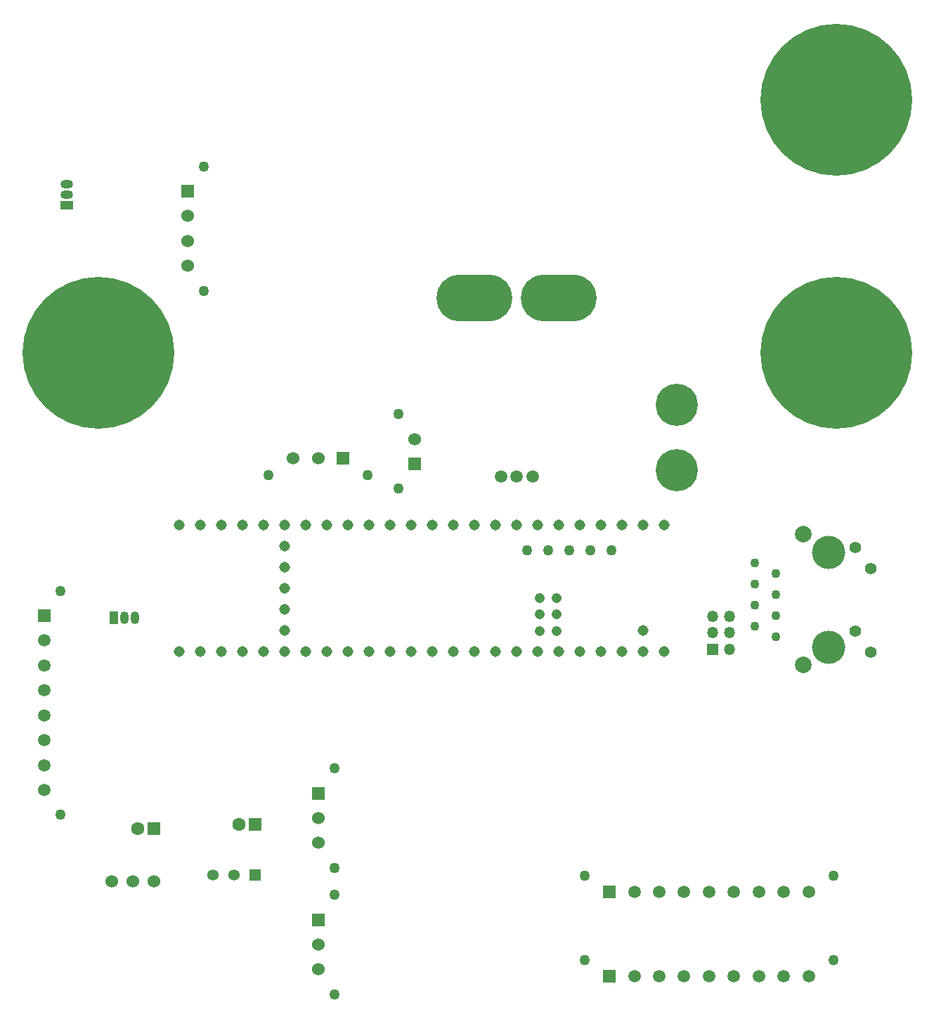
<source format=gbr>
%TF.GenerationSoftware,KiCad,Pcbnew,(5.1.10)-1*%
%TF.CreationDate,2022-03-18T19:39:10-05:00*%
%TF.ProjectId,BMS_2022_Rev1,424d535f-3230-4323-925f-526576312e6b,rev?*%
%TF.SameCoordinates,Original*%
%TF.FileFunction,Soldermask,Bot*%
%TF.FilePolarity,Negative*%
%FSLAX46Y46*%
G04 Gerber Fmt 4.6, Leading zero omitted, Abs format (unit mm)*
G04 Created by KiCad (PCBNEW (5.1.10)-1) date 2022-03-18 19:39:10*
%MOMM*%
%LPD*%
G01*
G04 APERTURE LIST*
%ADD10C,1.270000*%
%ADD11C,1.530000*%
%ADD12R,1.530000X1.530000*%
%ADD13C,1.308000*%
%ADD14C,1.208000*%
%ADD15C,1.258000*%
%ADD16R,1.520000X1.520000*%
%ADD17C,1.520000*%
%ADD18C,1.600000*%
%ADD19R,1.600000X1.600000*%
%ADD20C,5.080000*%
%ADD21R,1.500000X1.050000*%
%ADD22O,1.500000X1.050000*%
%ADD23R,1.050000X1.500000*%
%ADD24O,1.050000X1.500000*%
%ADD25C,1.501140*%
%ADD26O,9.144000X5.588000*%
%ADD27C,18.288000*%
%ADD28R,1.350000X1.350000*%
%ADD29O,1.350000X1.350000*%
%ADD30C,2.000000*%
%ADD31C,1.400000*%
%ADD32C,4.000000*%
%ADD33C,1.100000*%
%ADD34C,1.524000*%
%ADD35C,1.358000*%
%ADD36R,1.358000X1.358000*%
G04 APERTURE END LIST*
D10*
%TO.C,Conn5*%
X-72440800Y247294400D03*
X-72440800Y238302800D03*
D11*
X-70485000Y244297200D03*
D12*
X-70485000Y241300000D03*
%TD*%
D13*
%TO.C,U1*%
X-40386000Y233934000D03*
X-42926000Y233934000D03*
X-86106000Y231394000D03*
X-86106000Y228854000D03*
X-86106000Y226314000D03*
X-86106000Y221234000D03*
X-42926000Y221234000D03*
X-86106000Y223774000D03*
X-75946000Y218694000D03*
D14*
X-55356000Y221144000D03*
X-53356000Y221144000D03*
X-55356000Y223144000D03*
X-55356000Y225144000D03*
X-53356000Y223144000D03*
X-53356000Y225144000D03*
D15*
X-46736000Y230884000D03*
X-49276000Y230884000D03*
X-51816000Y230884000D03*
X-54356000Y230884000D03*
X-56896000Y230884000D03*
D13*
X-45466000Y233934000D03*
X-48006000Y233934000D03*
X-50546000Y233934000D03*
X-53086000Y233934000D03*
X-55626000Y233934000D03*
X-58166000Y233934000D03*
X-60706000Y233934000D03*
X-63246000Y233934000D03*
X-65786000Y233934000D03*
X-68326000Y233934000D03*
X-70866000Y233934000D03*
X-73406000Y233934000D03*
X-75946000Y233934000D03*
X-73406000Y218694000D03*
X-70866000Y218694000D03*
X-68326000Y218694000D03*
X-65786000Y218694000D03*
X-63246000Y218694000D03*
X-60706000Y218694000D03*
X-58166000Y218694000D03*
X-55626000Y218694000D03*
X-53086000Y218694000D03*
X-50546000Y218694000D03*
X-48006000Y218694000D03*
X-45466000Y218694000D03*
X-42926000Y218694000D03*
X-40386000Y218694000D03*
X-78486000Y233934000D03*
X-81026000Y233934000D03*
X-83566000Y233934000D03*
X-86106000Y233934000D03*
X-88646000Y233934000D03*
X-91186000Y233934000D03*
X-93726000Y233934000D03*
X-96266000Y233934000D03*
X-98806000Y233934000D03*
X-98806000Y218694000D03*
X-96266000Y218694000D03*
X-93726000Y218694000D03*
X-91186000Y218694000D03*
X-88646000Y218694000D03*
X-86106000Y218694000D03*
X-83566000Y218694000D03*
X-81026000Y218694000D03*
X-78486000Y218694000D03*
%TD*%
D16*
%TO.C,Conn2*%
X-46990000Y189738000D03*
D17*
X-43990001Y189738000D03*
X-40990002Y189738000D03*
X-37990003Y189738000D03*
X-34990004Y189738000D03*
X-31990005Y189738000D03*
X-28990006Y189738000D03*
X-25990006Y189738000D03*
X-22990007Y189738000D03*
D10*
X-49989999Y191698000D03*
X-19990060Y191698000D03*
%TD*%
D18*
%TO.C,C2*%
X-91662000Y197866000D03*
D19*
X-89662000Y197866000D03*
%TD*%
D18*
%TO.C,C5*%
X-103854000Y197358000D03*
D19*
X-101854000Y197358000D03*
%TD*%
D10*
%TO.C,Conn1*%
X-113102000Y199012053D03*
X-113102000Y226011999D03*
D17*
X-115062000Y202012006D03*
X-115062000Y205012006D03*
X-115062000Y208012005D03*
X-115062000Y211012004D03*
X-115062000Y214012003D03*
X-115062000Y217012002D03*
X-115062000Y220012001D03*
D16*
X-115062000Y223012000D03*
%TD*%
D10*
%TO.C,Conn3*%
X-19990060Y181538000D03*
X-49989999Y181538000D03*
D17*
X-22990007Y179578000D03*
X-25990006Y179578000D03*
X-28990006Y179578000D03*
X-31990005Y179578000D03*
X-34990004Y179578000D03*
X-37990003Y179578000D03*
X-40990002Y179578000D03*
X-43990001Y179578000D03*
D16*
X-46990000Y179578000D03*
%TD*%
D20*
%TO.C,Conn4*%
X-38862000Y248412000D03*
X-38862000Y240512000D03*
%TD*%
D11*
%TO.C,J1*%
X-82042000Y195630800D03*
D10*
X-80086200Y192633600D03*
X-80086200Y204622400D03*
D11*
X-82042000Y198628000D03*
D12*
X-82042000Y201625200D03*
%TD*%
%TO.C,J2*%
X-82042000Y186385200D03*
D11*
X-82042000Y183388000D03*
D10*
X-80086200Y189382400D03*
X-80086200Y177393600D03*
D11*
X-82042000Y180390800D03*
%TD*%
D12*
%TO.C,J3*%
X-97790000Y274142200D03*
D11*
X-97790000Y271145000D03*
D10*
X-95834200Y277152100D03*
X-95834200Y262140700D03*
D11*
X-97790000Y268147800D03*
X-97790000Y265150600D03*
%TD*%
D21*
%TO.C,Q1*%
X-112395000Y272415000D03*
D22*
X-112395000Y274955000D03*
X-112395000Y273685000D03*
%TD*%
D23*
%TO.C,Q3*%
X-106680000Y222758000D03*
D24*
X-104140000Y222758000D03*
X-105410000Y222758000D03*
%TD*%
D12*
%TO.C,SW2*%
X-79095600Y241935000D03*
D11*
X-82092800Y241935000D03*
D10*
X-76098400Y239979200D03*
X-88087200Y239979200D03*
D11*
X-85090000Y241935000D03*
%TD*%
D25*
%TO.C,U5*%
X-60050680Y239742980D03*
X-56230520Y239742980D03*
X-58140600Y239742980D03*
D26*
X-53060600Y261239000D03*
X-63220600Y261239000D03*
%TD*%
D27*
%TO.C,V1*%
X-108585000Y254635000D03*
%TD*%
%TO.C,V2*%
X-19685000Y254635000D03*
%TD*%
%TO.C,V3*%
X-19685000Y285115000D03*
%TD*%
D28*
%TO.C,J5*%
X-34544000Y218948000D03*
D29*
X-32544000Y218948000D03*
X-34544000Y220948000D03*
X-32544000Y220948000D03*
X-34544000Y222948000D03*
X-32544000Y222948000D03*
%TD*%
D30*
%TO.C,J4*%
X-23670000Y232794000D03*
X-23670000Y217044000D03*
D31*
X-15540000Y218594000D03*
X-17330000Y231244000D03*
X-17330000Y221134000D03*
X-15540000Y228704000D03*
D32*
X-20620000Y219204000D03*
X-20620000Y230634000D03*
D33*
X-26970000Y220474000D03*
X-26970000Y223014000D03*
X-26970000Y225554000D03*
X-26970000Y228094000D03*
X-29510000Y221744000D03*
X-29510000Y224284000D03*
X-29510000Y226824000D03*
X-29510000Y229364000D03*
%TD*%
D34*
%TO.C,U4*%
X-101854000Y191008000D03*
X-104394000Y191008000D03*
X-106934000Y191008000D03*
%TD*%
D35*
%TO.C,U2*%
X-94742000Y191770000D03*
X-92202000Y191770000D03*
D36*
X-89662000Y191770000D03*
%TD*%
M02*

</source>
